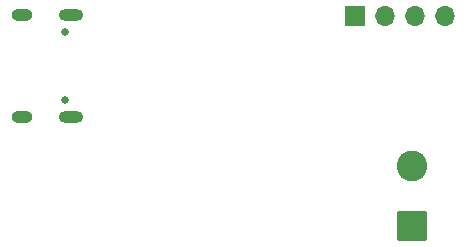
<source format=gbr>
%TF.GenerationSoftware,KiCad,Pcbnew,9.0.0*%
%TF.CreationDate,2025-03-09T00:38:04-06:00*%
%TF.ProjectId,Protyping board,50726f74-7970-4696-9e67-20626f617264,rev?*%
%TF.SameCoordinates,Original*%
%TF.FileFunction,Soldermask,Bot*%
%TF.FilePolarity,Negative*%
%FSLAX46Y46*%
G04 Gerber Fmt 4.6, Leading zero omitted, Abs format (unit mm)*
G04 Created by KiCad (PCBNEW 9.0.0) date 2025-03-09 00:38:04*
%MOMM*%
%LPD*%
G01*
G04 APERTURE LIST*
G04 Aperture macros list*
%AMRoundRect*
0 Rectangle with rounded corners*
0 $1 Rounding radius*
0 $2 $3 $4 $5 $6 $7 $8 $9 X,Y pos of 4 corners*
0 Add a 4 corners polygon primitive as box body*
4,1,4,$2,$3,$4,$5,$6,$7,$8,$9,$2,$3,0*
0 Add four circle primitives for the rounded corners*
1,1,$1+$1,$2,$3*
1,1,$1+$1,$4,$5*
1,1,$1+$1,$6,$7*
1,1,$1+$1,$8,$9*
0 Add four rect primitives between the rounded corners*
20,1,$1+$1,$2,$3,$4,$5,0*
20,1,$1+$1,$4,$5,$6,$7,0*
20,1,$1+$1,$6,$7,$8,$9,0*
20,1,$1+$1,$8,$9,$2,$3,0*%
G04 Aperture macros list end*
%ADD10C,0.650000*%
%ADD11O,2.100000X1.000000*%
%ADD12O,1.800000X1.000000*%
%ADD13R,1.700000X1.700000*%
%ADD14O,1.700000X1.700000*%
%ADD15RoundRect,0.250000X1.050000X-1.050000X1.050000X1.050000X-1.050000X1.050000X-1.050000X-1.050000X0*%
%ADD16C,2.600000*%
G04 APERTURE END LIST*
D10*
%TO.C,J2*%
X64605000Y-127610000D03*
X64605000Y-133390000D03*
D11*
X65105000Y-126180000D03*
D12*
X60925000Y-126180000D03*
D11*
X65105000Y-134820000D03*
D12*
X60925000Y-134820000D03*
%TD*%
D13*
%TO.C,J3*%
X89160000Y-126200000D03*
D14*
X91700000Y-126200000D03*
X94240000Y-126200000D03*
X96780000Y-126200000D03*
%TD*%
D15*
%TO.C,J1*%
X94000000Y-144000000D03*
D16*
X94000000Y-138920000D03*
%TD*%
M02*

</source>
